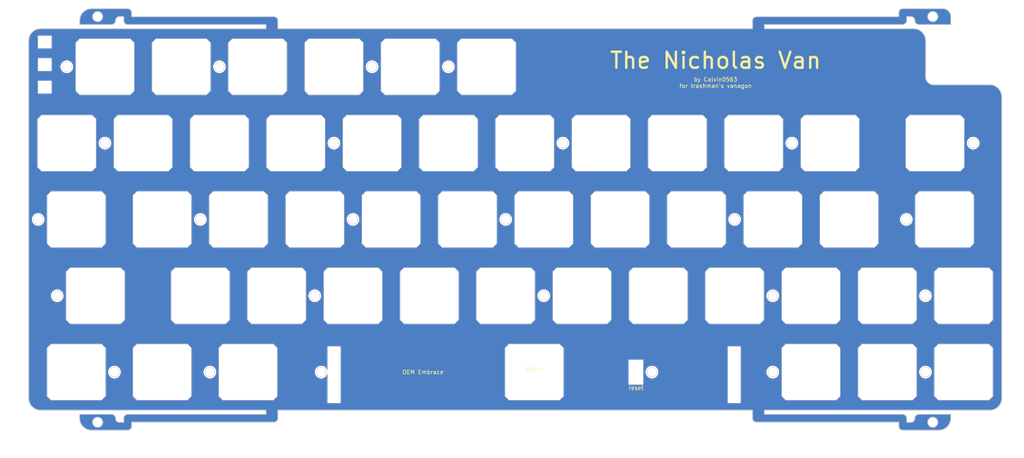
<source format=kicad_pcb>
(kicad_pcb (version 20221018) (generator pcbnew)
  (layers (0 "F.Cu" signal) (31 "B.Cu" signal) (34 "B.Paste" user) (35 "F.Paste" user) (36 "B.SilkS" user "B.Silkscreen") (37 "F.SilkS" user "F.Silkscreen") (38 "B.Mask" user) (39 "F.Mask" user) (44 "Edge.Cuts" user))
  (net 0 "")
  (net 1 "GND")
  (footprint "cipulot_parts:ecs_plate_cut_1U" (layer "F.Cu") (at 242.8875 115.8875)
    (fp_text reference "REF**")
    (fp_text value "Value " hide)
    (fp_line (start -7.3 -6) (end -7.3 6) (stroke (width 0.12)) (layer "Edge.Cuts"))
    (fp_line (start -7.3 6) (end -6.3 7) (stroke (width 0.12)) (layer "Edge.Cuts"))
    (fp_line (start -6.3 -7) (end -7.3 -6) (stroke (width 0.12)) (layer "Edge.Cuts"))
    (fp_line (start -6.3 7) (end 6.3 7) (stroke (width 0.12)) (layer "Edge.Cuts"))
    (fp_line (start 6.3 -7) (end -6.3 -7) (stroke (width 0.12)) (layer "Edge.Cuts"))
    (fp_line (start 6.3 -7) (end 7.3 -6) (stroke (width 0.12)) (layer "Edge.Cuts"))
    (fp_line (start 6.3 7) (end 7.3 6) (stroke (width 0.12)) (layer "Edge.Cuts"))
    (fp_line (start 7.3 6) (end 7.3 -6) (stroke (width 0.12)) (layer "Edge.Cuts"))
  )
  (footprint "cipulot_parts:ecs_plate_cut_1U" (layer "F.Cu") (at 45.24375 115.8875)
    (fp_text reference "REF**")
    (fp_text value "Value " hide)
    (fp_line (start -7.3 -6) (end -7.3 6) (stroke (width 0.12)) (layer "Edge.Cuts"))
    (fp_line (start -7.3 6) (end -6.3 7) (stroke (width 0.12)) (layer "Edge.Cuts"))
    (fp_line (start -6.3 -7) (end -7.3 -6) (stroke (width 0.12)) (layer "Edge.Cuts"))
    (fp_line (start -6.3 7) (end 6.3 7) (stroke (width 0.12)) (layer "Edge.Cuts"))
    (fp_line (start 6.3 -7) (end -6.3 -7) (stroke (width 0.12)) (layer "Edge.Cuts"))
    (fp_line (start 6.3 -7) (end 7.3 -6) (stroke (width 0.12)) (layer "Edge.Cuts"))
    (fp_line (start 6.3 7) (end 7.3 6) (stroke (width 0.12)) (layer "Edge.Cuts"))
    (fp_line (start 7.3 6) (end 7.3 -6) (stroke (width 0.12)) (layer "Edge.Cuts"))
  )
  (footprint "cipulot_parts:HOLE_M2" (layer "F.Cu") (at 161.925 77.7875)
    (fp_text reference "H7" hide)
    (fp_text value "MountingHole" hide)
    (pad "" np_thru_hole circle (at 0 0) (size 2.2 2.2) (drill 2.2) (layers "*.Cu" "*.Mask" "F.SilkS") (clearance 0.5))
  )
  (footprint "cipulot_parts:HOLE_M2" (layer "F.Cu") (at 73.81875 134.9375)
    (fp_text reference "H22" hide)
    (fp_text value "MountingHole" hide)
    (pad "" np_thru_hole circle (at 0 0) (size 2.2 2.2) (drill 2.2) (layers "*.Cu" "*.Mask" "F.SilkS") (clearance 0.5))
  )
  (footprint "cipulot_parts:ecs_plate_cut_1U" (layer "F.Cu") (at 190.5 77.7875)
    (fp_text reference "REF**")
    (fp_text value "Value " hide)
    (fp_line (start -7.3 -6) (end -7.3 6) (stroke (width 0.12)) (layer "Edge.Cuts"))
    (fp_line (start -7.3 6) (end -6.3 7) (stroke (width 0.12)) (layer "Edge.Cuts"))
    (fp_line (start -6.3 -7) (end -7.3 -6) (stroke (width 0.12)) (layer "Edge.Cuts"))
    (fp_line (start -6.3 7) (end 6.3 7) (stroke (width 0.12)) (layer "Edge.Cuts"))
    (fp_line (start 6.3 -7) (end -6.3 -7) (stroke (width 0.12)) (layer "Edge.Cuts"))
    (fp_line (start 6.3 -7) (end 7.3 -6) (stroke (width 0.12)) (layer "Edge.Cuts"))
    (fp_line (start 6.3 7) (end 7.3 6) (stroke (width 0.12)) (layer "Edge.Cuts"))
    (fp_line (start 7.3 6) (end 7.3 -6) (stroke (width 0.12)) (layer "Edge.Cuts"))
  )
  (footprint "cipulot_parts:ecs_plate_cut_1U" (layer "F.Cu") (at 261.9375 134.9375)
    (fp_text reference "REF**")
    (fp_text value "Value " hide)
    (fp_line (start -7.3 -6) (end -7.3 6) (stroke (width 0.12)) (layer "Edge.Cuts"))
    (fp_line (start -7.3 6) (end -6.3 7) (stroke (width 0.12)) (layer "Edge.Cuts"))
    (fp_line (start -6.3 -7) (end -7.3 -6) (stroke (width 0.12)) (layer "Edge.Cuts"))
    (fp_line (start -6.3 7) (end 6.3 7) (stroke (width 0.12)) (layer "Edge.Cuts"))
    (fp_line (start 6.3 -7) (end -6.3 -7) (stroke (width 0.12)) (layer "Edge.Cuts"))
    (fp_line (start 6.3 -7) (end 7.3 -6) (stroke (width 0.12)) (layer "Edge.Cuts"))
    (fp_line (start 6.3 7) (end 7.3 6) (stroke (width 0.12)) (layer "Edge.Cuts"))
    (fp_line (start 7.3 6) (end 7.3 -6) (stroke (width 0.12)) (layer "Edge.Cuts"))
  )
  (footprint "cipulot_parts:HOLE_M2" (layer "F.Cu") (at 252.4125 134.9375)
    (fp_text reference "H26" hide)
    (fp_text value "MountingHole" hide)
    (pad "" np_thru_hole circle (at 0 0) (size 2.2 2.2) (drill 2.2) (layers "*.Cu" "*.Mask" "F.SilkS") (clearance 0.5))
  )
  (footprint "cipulot_parts:HOLE_M2" (layer "F.Cu") (at 147.6375 96.8375)
    (fp_text reference "H13" hide)
    (fp_text value "MountingHole" hide)
    (pad "" np_thru_hole circle (at 0 0) (size 2.2 2.2) (drill 2.2) (layers "*.Cu" "*.Mask" "F.SilkS") (clearance 0.5))
  )
  (footprint "cipulot_parts:HOLE_M2" (layer "F.Cu") (at 219.075 77.7875)
    (fp_text reference "H8" hide)
    (fp_text value "MountingHole" hide)
    (pad "" np_thru_hole circle (at 0 0) (size 2.2 2.2) (drill 2.2) (layers "*.Cu" "*.Mask" "F.SilkS") (clearance 0.5))
  )
  (footprint "cipulot_parts:ecs_plate_cut_1U" (layer "F.Cu") (at 123.825 58.7375)
    (fp_text reference "REF**")
    (fp_text value "Value " hide)
    (fp_line (start -7.3 -6) (end -7.3 6) (stroke (width 0.12)) (layer "Edge.Cuts"))
    (fp_line (start -7.3 6) (end -6.3 7) (stroke (width 0.12)) (layer "Edge.Cuts"))
    (fp_line (start -6.3 -7) (end -7.3 -6) (stroke (width 0.12)) (layer "Edge.Cuts"))
    (fp_line (start -6.3 7) (end 6.3 7) (stroke (width 0.12)) (layer "Edge.Cuts"))
    (fp_line (start 6.3 -7) (end -6.3 -7) (stroke (width 0.12)) (layer "Edge.Cuts"))
    (fp_line (start 6.3 -7) (end 7.3 -6) (stroke (width 0.12)) (layer "Edge.Cuts"))
    (fp_line (start 6.3 7) (end 7.3 6) (stroke (width 0.12)) (layer "Edge.Cuts"))
    (fp_line (start 7.3 6) (end 7.3 -6) (stroke (width 0.12)) (layer "Edge.Cuts"))
  )
  (footprint "cipulot_parts:ecs_plate_cut_1U" (layer "F.Cu") (at 261.9375 115.8875)
    (fp_text reference "REF**")
    (fp_text value "Value " hide)
    (fp_line (start -7.3 -6) (end -7.3 6) (stroke (width 0.12)) (layer "Edge.Cuts"))
    (fp_line (start -7.3 6) (end -6.3 7) (stroke (width 0.12)) (layer "Edge.Cuts"))
    (fp_line (start -6.3 -7) (end -7.3 -6) (stroke (width 0.12)) (layer "Edge.Cuts"))
    (fp_line (start -6.3 7) (end 6.3 7) (stroke (width 0.12)) (layer "Edge.Cuts"))
    (fp_line (start 6.3 -7) (end -6.3 -7) (stroke (width 0.12)) (layer "Edge.Cuts"))
    (fp_line (start 6.3 -7) (end 7.3 -6) (stroke (width 0.12)) (layer "Edge.Cuts"))
    (fp_line (start 6.3 7) (end 7.3 6) (stroke (width 0.12)) (layer "Edge.Cuts"))
    (fp_line (start 7.3 6) (end 7.3 -6) (stroke (width 0.12)) (layer "Edge.Cuts"))
  )
  (footprint "cipulot_parts:ecs_plate_cut_1U" (layer "F.Cu") (at 85.725 58.7375)
    (fp_text reference "REF**")
    (fp_text value "Value " hide)
    (fp_line (start -7.3 -6) (end -7.3 6) (stroke (width 0.12)) (layer "Edge.Cuts"))
    (fp_line (start -7.3 6) (end -6.3 7) (stroke (width 0.12)) (layer "Edge.Cuts"))
    (fp_line (start -6.3 -7) (end -7.3 -6) (stroke (width 0.12)) (layer "Edge.Cuts"))
    (fp_line (start -6.3 7) (end 6.3 7) (stroke (width 0.12)) (layer "Edge.Cuts"))
    (fp_line (start 6.3 -7) (end -6.3 -7) (stroke (width 0.12)) (layer "Edge.Cuts"))
    (fp_line (start 6.3 -7) (end 7.3 -6) (stroke (width 0.12)) (layer "Edge.Cuts"))
    (fp_line (start 6.3 7) (end 7.3 6) (stroke (width 0.12)) (layer "Edge.Cuts"))
    (fp_line (start 7.3 6) (end 7.3 -6) (stroke (width 0.12)) (layer "Edge.Cuts"))
  )
  (footprint "cipulot_parts:ecs_plate_cut_1U" (layer "F.Cu") (at 223.8375 115.8875)
    (fp_text reference "REF**")
    (fp_text value "Value " hide)
    (fp_line (start -7.3 -6) (end -7.3 6) (stroke (width 0.12)) (layer "Edge.Cuts"))
    (fp_line (start -7.3 6) (end -6.3 7) (stroke (width 0.12)) (layer "Edge.Cuts"))
    (fp_line (start -6.3 -7) (end -7.3 -6) (stroke (width 0.12)) (layer "Edge.Cuts"))
    (fp_line (start -6.3 7) (end 6.3 7) (stroke (width 0.12)) (layer "Edge.Cuts"))
    (fp_line (start 6.3 -7) (end -6.3 -7) (stroke (width 0.12)) (layer "Edge.Cuts"))
    (fp_line (start 6.3 -7) (end 7.3 -6) (stroke (width 0.12)) (layer "Edge.Cuts"))
    (fp_line (start 6.3 7) (end 7.3 6) (stroke (width 0.12)) (layer "Edge.Cuts"))
    (fp_line (start 7.3 6) (end 7.3 -6) (stroke (width 0.12)) (layer "Edge.Cuts"))
  )
  (footprint "cipulot_parts:HOLE_M2" (layer "F.Cu") (at 214.3125 115.8875)
    (fp_text reference "H19" hide)
    (fp_text value "MountingHole" hide)
    (pad "" np_thru_hole circle (at 0 0) (size 2.2 2.2) (drill 2.2) (layers "*.Cu" "*.Mask" "F.SilkS") (clearance 0.5))
  )
  (footprint "cipulot_parts:HOLE_M2" (layer "F.Cu") (at 114.3 58.7375)
    (fp_text reference "H3" hide)
    (fp_text value "MountingHole" hide)
    (pad "" np_thru_hole circle (at 0 0) (size 2.2 2.2) (drill 2.2) (layers "*.Cu" "*.Mask" "F.SilkS") (clearance 0.5))
  )
  (footprint "cipulot_parts:HOLE_M2" (layer "F.Cu") (at 157.1625 115.8875)
    (fp_text reference "H18" hide)
    (fp_text value "MountingHole" hide)
    (pad "" np_thru_hole circle (at 0 0) (size 2.2 2.2) (drill 2.2) (layers "*.Cu" "*.Mask" "F.SilkS") (clearance 0.5))
  )
  (footprint "cipulot_parts:HOLE_M2" (layer "F.Cu") (at 35.71875 115.8875)
    (fp_text reference "H16" hide)
    (fp_text value "MountingHole" hide)
    (pad "" np_thru_hole circle (at 0 0) (size 2.2 2.2) (drill 2.2) (layers "*.Cu" "*.Mask" "F.SilkS") (clearance 0.5))
  )
  (footprint "cipulot_parts:HOLE_M2" (layer "F.Cu") (at 214.3125 134.9375)
    (fp_text reference "H25" hide)
    (fp_text value "MountingHole" hide)
    (pad "" np_thru_hole circle (at 0 0) (size 2.2 2.2) (drill 2.2) (layers "*.Cu" "*.Mask" "F.SilkS") (clearance 0.5))
  )
  (footprint "cipulot_parts:costar_stab_625u" (layer "F.Cu") (at 154.78125 134.9375)
    (fp_text reference "REF**" (at 0 -0.5 unlocked) (layer "F.SilkS") (effects (font (thickness 0.1))))
    (fp_text value "costar_stab_6.25u")
    (fp_line (start -51.617505 -6.45005) (end -48.318495 -6.45005) (stroke (width 0.05)) (layer "Edge.Cuts"))
    (fp_line (start -51.617505 7.74925) (end -51.617505 -6.45005) (stroke (width 0.05)) (layer "Edge.Cuts"))
    (fp_line (start -48.318495 -6.45005) (end -48.318495 7.74925) (stroke (width 0.05)) (layer "Edge.Cuts"))
    (fp_line (start -48.318495 7.74925) (end -51.617505 7.74925) (stroke (width 0.05)) (layer "Edge.Cuts"))
    (fp_line (start 48.2478 -6.45005) (end 51.5482 -6.45005) (stroke (width 0.05)) (layer "Edge.Cuts"))
    (fp_line (start 48.2478 7.74925) (end 48.2478 -6.45005) (stroke (width 0.05)) (layer "Edge.Cuts"))
    (fp_line (start 51.5482 -6.45005) (end 51.5482 7.74925) (stroke (width 0.05)) (layer "Edge.Cuts"))
    (fp_line (start 51.5482 7.74925) (end 48.2478 7.74925) (stroke (width 0.05)) (layer "Edge.Cuts"))
  )
  (footprint "cipulot_parts:HOLE_M2" (layer "F.Cu") (at 184.15 134.9375)
    (fp_text reference "H24" hide)
    (fp_text value "MountingHole" hide)
    (pad "" np_thru_hole circle (at 0 0) (size 2.2 2.2) (drill 2.2) (layers "*.Cu" "*.Mask" "F.SilkS") (clearance 0.5))
  )
  (footprint "cipulot_parts:HOLE_M2" (layer "F.Cu") (at 38.1 58.7375)
    (fp_text reference "H1" hide)
    (fp_text value "MountingHole" hide)
    (pad "" np_thru_hole circle (at 0 0) (size 2.2 2.2) (drill 2.2) (layers "*.Cu" "*.Mask" "F.SilkS") (clearance 0.5))
  )
  (footprint "cipulot_parts:ecs_plate_cut_1U" (layer "F.Cu") (at 233.3625 96.8375)
    (fp_text reference "REF**")
    (fp_text value "Value " hide)
    (fp_line (start -7.3 -6) (end -7.3 6) (stroke (width 0.12)) (layer "Edge.Cuts"))
    (fp_line (start -7.3 6) (end -6.3 7) (stroke (width 0.12)) (layer "Edge.Cuts"))
    (fp_line (start -6.3 -7) (end -7.3 -6) (stroke (width 0.12)) (layer "Edge.Cuts"))
    (fp_line (start -6.3 7) (end 6.3 7) (stroke (width 0.12)) (layer "Edge.Cuts"))
    (fp_line (start 6.3 -7) (end -6.3 -7) (stroke (width 0.12)) (layer "Edge.Cuts"))
    (fp_line (start 6.3 -7) (end 7.3 -6) (stroke (width 0.12)) (layer "Edge.Cuts"))
    (fp_line (start 6.3 7) (end 7.3 6) (stroke (width 0.12)) (layer "Edge.Cuts"))
    (fp_line (start 7.3 6) (end 7.3 -6) (stroke (width 0.12)) (layer "Edge.Cuts"))
  )
  (footprint "cipulot_parts:ecs_plate_cut_1U" (layer "F.Cu") (at 61.9125 96.8375)
    (fp_text reference "REF**")
    (fp_text value "Value " hide)
    (fp_line (start -7.3 -6) (end -7.3 6) (stroke (width 0.12)) (layer "Edge.Cuts"))
    (fp_line (start -7.3 6) (end -6.3 7) (stroke (width 0.12)) (layer "Edge.Cuts"))
    (fp_line (start -6.3 -7) (end -7.3 -6) (stroke (width 0.12)) (layer "Edge.Cuts"))
    (fp_line (start -6.3 7) (end 6.3 7) (stroke (width 0.12)) (layer "Edge.Cuts"))
    (fp_line (start 6.3 -7) (end -6.3 -7) (stroke (width 0.12)) (layer "Edge.Cuts"))
    (fp_line (start 6.3 -7) (end 7.3 -6) (stroke (width 0.12)) (layer "Edge.Cuts"))
    (fp_line (start 6.3 7) (end 7.3 6) (stroke (width 0.12)) (layer "Edge.Cuts"))
    (fp_line (start 7.3 6) (end 7.3 -6) (stroke (width 0.12)) (layer "Edge.Cuts"))
  )
  (footprint "cipulot_parts:HOLE_M2" (layer "F.Cu") (at 252.4125 115.8875)
    (fp_text reference "H20" hide)
    (fp_text value "MountingHole" hide)
    (pad "" np_thru_hole circle (at 0 0) (size 2.2 2.2) (drill 2.2) (layers "*.Cu" "*.Mask" "F.SilkS") (clearance 0.5))
  )
  (footprint "cipulot_parts:HOLE_M2" (layer "F.Cu") (at 100.0125 115.8875)
    (fp_text reference "H17" hide)
    (fp_text value "MountingHole" hide)
    (pad "" np_thru_hole circle (at 0 0) (size 2.2 2.2) (drill 2.2) (layers "*.Cu" "*.Mask" "F.SilkS") (clearance 0.5))
  )
  (footprint "cipulot_parts:HOLE_M2" (layer "F.Cu") (at 264.31875 77.7875)
    (fp_text reference "H9" hide)
    (fp_text value "MountingHole" hide)
    (pad "" np_thru_hole circle (at 0 0) (size 2.2 2.2) (drill 2.2) (layers "*.Cu" "*.Mask" "F.SilkS") (clearance 0.5))
  )
  (footprint "cipulot_parts:ecs_plate_cut_1U" (layer "F.Cu") (at 242.8875 134.9375)
    (fp_text reference "REF**")
    (fp_text value "Value " hide)
    (fp_line (start -7.3 -6) (end -7.3 6) (stroke (width 0.12)) (layer "Edge.Cuts"))
    (fp_line (start -7.3 6) (end -6.3 7) (stroke (width 0.12)) (layer "Edge.Cuts"))
    (fp_line (start -6.3 -7) (end -7.3 -6) (stroke (width 0.12)) (layer "Edge.Cuts"))
    (fp_line (start -6.3 7) (end 6.3 7) (stroke (width 0.12)) (layer "Edge.Cuts"))
    (fp_line (start 6.3 -7) (end -6.3 -7) (stroke (width 0.12)) (layer "Edge.Cuts"))
    (fp_line (start 6.3 -7) (end 7.3 -6) (stroke (width 0.12)) (layer "Edge.Cuts"))
    (fp_line (start 6.3 7) (end 7.3 6) (stroke (width 0.12)) (layer "Edge.Cuts"))
    (fp_line (start 7.3 6) (end 7.3 -6) (stroke (width 0.12)) (layer "Edge.Cuts"))
  )
  (footprint "cipulot_parts:HOLE_M2" (layer "F.Cu") (at 71.4375 96.8375)
    (fp_text reference "H11" hide)
    (fp_text value "MountingHole" hide)
    (pad "" np_thru_hole circle (at 0 0) (size 2.2 2.2) (drill 2.2) (layers "*.Cu" "*.Mask" "F.SilkS") (clearance 0.5))
  )
  (footprint "cipulot_parts:ecs_plate_cut_1U" (layer "F.Cu") (at 95.25 77.7875)
    (fp_text reference "REF**")
    (fp_text value "Value " hide)
    (fp_line (start -7.3 -6) (end -7.3 6) (stroke (width 0.12)) (layer "Edge.Cuts"))
    (fp_line (start -7.3 6) (end -6.3 7) (stroke (width 0.12)) (layer "Edge.Cuts"))
    (fp_line (start -6.3 -7) (end -7.3 -6) (stroke (width 0.12)) (layer "Edge.Cuts"))
    (fp_line (start -6.3 7) (end 6.3 7) (stroke (width 0.12)) (layer "Edge.Cuts"))
    (fp_line (start 6.3 -7) (end -6.3 -7) (stroke (width 0.12)) (layer "Edge.Cuts"))
    (fp_line (start 6.3 -7) (end 7.3 -6) (stroke (width 0.12)) (layer "Edge.Cuts"))
    (fp_line (start 6.3 7) (end 7.3 6) (stroke (width 0.12)) (layer "Edge.Cuts"))
    (fp_line (start 7.3 6) (end 7.3 -6) (stroke (width 0.12)) (layer "Edge.Cuts"))
  )
  (footprint "cipulot_parts:HOLE_M2" (layer "F.Cu") (at 76.2 58.7375)
    (fp_text reference "H2" hide)
    (fp_text value "MountingHole" hide)
    (pad "" np_thru_hole circle (at 0 0) (size 2.2 2.2) (drill 2.2) (layers "*.Cu" "*.Mask" "F.SilkS") (clearance 0.5))
  )
  (footprint "cipulot_parts:ecs_plate_cut_1U" (layer "F.Cu") (at 157.1625 96.8375)
    (fp_text reference "REF**")
    (fp_text value "Value " hide)
    (fp_line (start -7.3 -6) (end -7.3 6) (stroke (width 0.12)) (layer "Edge.Cuts"))
    (fp_line (start -7.3 6) (end -6.3 7) (stroke (width 0.12)) (layer "Edge.Cuts"))
    (fp_line (start -6.3 -7) (end -7.3 -6) (stroke (width 0.12)) (layer "Edge.Cuts"))
    (fp_line (start -6.3 7) (end 6.3 7) (stroke (width 0.12)) (layer "Edge.Cuts"))
    (fp_line (start 6.3 -7) (end -6.3 -7) (stroke (width 0.12)) (layer "Edge.Cuts"))
    (fp_line (start 6.3 -7) (end 7.3 -6) (stroke (width 0.12)) (layer "Edge.Cuts"))
    (fp_line (start 6.3 7) (end 7.3 6) (stroke (width 0.12)) (layer "Edge.Cuts"))
    (fp_line (start 7.3 6) (end 7.3 -6) (stroke (width 0.12)) (layer "Edge.Cuts"))
  )
  (footprint "cipulot_parts:ecs_plate_cut_1U" (layer "F.Cu") (at 109.5375 115.8875)
    (fp_text reference "REF**")
    (fp_text value "Value " hide)
    (fp_line (start -7.3 -6) (end -7.3 6) (stroke (width 0.12)) (layer "Edge.Cuts"))
    (fp_line (start -7.3 6) (end -6.3 7) (stroke (width 0.12)) (layer "Edge.Cuts"))
    (fp_line (start -6.3 -7) (end -7.3 -6) (stroke (width 0.12)) (layer "Edge.Cuts"))
    (fp_line (start -6.3 7) (end 6.3 7) (stroke (width 0.12)) (layer "Edge.Cuts"))
    (fp_line (start 6.3 -7) (end -6.3 -7) (stroke (width 0.12)) (layer "Edge.Cuts"))
    (fp_line (start 6.3 -7) (end 7.3 -6) (stroke (width 0.12)) (layer "Edge.Cuts"))
    (fp_line (start 6.3 7) (end 7.3 6) (stroke (width 0.12)) (layer "Edge.Cuts"))
    (fp_line (start 7.3 6) (end 7.3 -6) (stroke (width 0.12)) (layer "Edge.Cuts"))
  )
  (footprint "cipulot_parts:ecs_plate_cut_1U" (layer "F.Cu") (at 176.2125 96.8375)
    (fp_text reference "REF**")
    (fp_text value "Value " hide)
    (fp_line (start -7.3 -6) (end -7.3 6) (stroke (width 0.12)) (layer "Edge.Cuts"))
    (fp_line (start -7.3 6) (end -6.3 7) (stroke (width 0.12)) (layer "Edge.Cuts"))
    (fp_line (start -6.3 -7) (end -7.3 -6) (stroke (width 0.12)) (layer "Edge.Cuts"))
    (fp_line (start -6.3 7) (end 6.3 7) (stroke (width 0.12)) (layer "Edge.Cuts"))
    (fp_line (start 6.3 -7) (end -6.3 -7) (stroke (width 0.12)) (layer "Edge.Cuts"))
    (fp_line (start 6.3 -7) (end 7.3 -6) (stroke (width 0.12)) (layer "Edge.Cuts"))
    (fp_line (start 6.3 7) (end 7.3 6) (stroke (width 0.12)) (layer "Edge.Cuts"))
    (fp_line (start 7.3 6) (end 7.3 -6) (stroke (width 0.12)) (layer "Edge.Cuts"))
  )
  (footprint "cipulot_parts:ecs_plate_cut_1U" (layer "F.Cu") (at 76.2 77.7875)
    (fp_text reference "REF**")
    (fp_text value "Value " hide)
    (fp_line (start -7.3 -6) (end -7.3 6) (stroke (width 0.12)) (layer "Edge.Cuts"))
    (fp_line (start -7.3 6) (end -6.3 7) (stroke (width 0.12)) (layer "Edge.Cuts"))
    (fp_line (start -6.3 -7) (end -7.3 -6) (stroke (width 0.12)) (layer "Edge.Cuts"))
    (fp_line (start -6.3 7) (end 6.3 7) (stroke (width 0.12)) (layer "Edge.Cuts"))
    (fp_line (start 6.3 -7) (end -6.3 -7) (stroke (width 0.12)) (layer "Edge.Cuts"))
    (fp_line (start 6.3 -7) (end 7.3 -6) (stroke (width 0.12)) (layer "Edge.Cuts"))
    (fp_line (start 6.3 7) (end 7.3 6) (stroke (width 0.12)) (layer "Edge.Cuts"))
    (fp_line (start 7.3 6) (end 7.3 -6) (stroke (width 0.12)) (layer "Edge.Cuts"))
  )
  (footprint "cipulot_parts:ecs_plate_cut_1U" (layer "F.Cu") (at 66.675 58.7375)
    (fp_text reference "REF**")
    (fp_text value "Value " hide)
    (fp_line (start -7.3 -6) (end -7.3 6) (stroke (width 0.12)) (layer "Edge.Cuts"))
    (fp_line (start -7.3 6) (end -6.3 7) (stroke (width 0.12)) (layer "Edge.Cuts"))
    (fp_line (start -6.3 -7) (end -7.3 -6) (stroke (width 0.12)) (layer "Edge.Cuts"))
    (fp_line (start -6.3 7) (end 6.3 7) (stroke (width 0.12)) (layer "Edge.Cuts"))
    (fp_line (start 6.3 -7) (end -6.3 -7) (stroke (width 0.12)) (layer "Edge.Cuts"))
    (fp_line (start 6.3 -7) (end 7.3 -6) (stroke (width 0.12)) (layer "Edge.Cuts"))
    (fp_line (start 6.3 7) (end 7.3 6) (stroke (width 0.12)) (layer "Edge.Cuts"))
    (fp_line (start 7.3 6) (end 7.3 -6) (stroke (width 0.12)) (layer "Edge.Cuts"))
  )
  (footprint "cipulot_parts:ecs_plate_cut_1U" (layer "F.Cu") (at 128.5875 115.8875)
    (fp_text reference "REF**")
    (fp_text value "Value " hide)
    (fp_line (start -7.3 -6) (end -7.3 6) (stroke (width 0.12)) (layer "Edge.Cuts"))
    (fp_line (start -7.3 6) (end -6.3 7) (stroke (width 0.12)) (layer "Edge.Cuts"))
    (fp_line (start -6.3 -7) (end -7.3 -6) (stroke (width 0.12)) (layer "Edge.Cuts"))
    (fp_line (start -6.3 7) (end 6.3 7) (stroke (width 0.12)) (layer "Edge.Cuts"))
    (fp_line (start 6.3 -7) (end -6.3 -7) (stroke (width 0.12)) (layer "Edge.Cuts"))
    (fp_line (start 6.3 -7) (end 7.3 -6) (stroke (width 0.12)) (layer "Edge.Cuts"))
    (fp_line (start 6.3 7) (end 7.3 6) (stroke (width 0.12)) (layer "Edge.Cuts"))
    (fp_line (start 7.3 6) (end 7.3 -6) (stroke (width 0.12)) (layer "Edge.Cuts"))
  )
  (footprint "cipulot_parts:ecs_plate_cut_1U" (layer "F.Cu") (at 40.48125 134.9375)
    (fp_text reference "REF**")
    (fp_text value "Value " hide)
    (fp_line (start -7.3 -6) (end -7.3 6) (stroke (width 0.12)) (layer "Edge.Cuts"))
    (fp_line (start -7.3 6) (end -6.3 7) (stroke (width 0.12)) (layer "Edge.Cuts"))
    (fp_line (start -6.3 -7) (end -7.3 -6) (stroke (width 0.12)) (layer "Edge.Cuts"))
    (fp_line (start -6.3 7) (end 6.3 7) (stroke (width 0.12)) (layer "Edge.Cuts"))
    (fp_line (start 6.3 -7) (end -6.3 -7) (stroke (width 0.12)) (layer "Edge.Cuts"))
    (fp_line (start 6.3 -7) (end 7.3 -6) (stroke (width 0.12)) (layer "Edge.Cuts"))
    (fp_line (start 6.3 7) (end 7.3 6) (stroke (width 0.12)) (layer "Edge.Cuts"))
    (fp_line (start 7.3 6) (end 7.3 -6) (stroke (width 0.12)) (layer "Edge.Cuts"))
  )
  (footprint "cipulot_parts:HOLE_M2" (layer "F.Cu") (at 30.95625 96.8375)
    (fp_text reference "H10" hide)
    (fp_text value "MountingHole" hide)
    (pad "" np_thru_hole circle (at 0 0) (size 2.2 2.2) (drill 2.2) (layers "*.Cu" "*.Mask" "F.SilkS") (clearance 0.5))
  )
  (footprint "cipulot_parts:ecs_plate_cut_1U" (layer "F.Cu") (at 57.15 77.7875)
    (fp_text reference "REF**")
    (fp_text value "Value " hide)
    (fp_line (start -7.3 -6) (end -7.3 6) (stroke (width 0.12)) (layer "Edge.Cuts"))
    (fp_line (start -7.3 6) (end -6.3 7) (stroke (width 0.12)) (layer "Edge.Cuts"))
    (fp_line (start -6.3 -7) (end -7.3 -6) (stroke (width 0.12)) (layer "Edge.Cuts"))
    (fp_line (start -6.3 7) (end 6.3 7) (stroke (width 0.12)) (layer "Edge.Cuts"))
    (fp_line (start 6.3 -7) (end -6.3 -7) (stroke (width 0.12)) (layer "Edge.Cuts"))
    (fp_line (start 6.3 -7) (end 7.3 -6) (stroke (width 0.12)) (layer "Edge.Cuts"))
    (fp_line (start 6.3 7) (end 7.3 6) (stroke (width 0.12)) (layer "Edge.Cuts"))
    (fp_line (start 7.3 6) (end 7.3 -6) (stroke (width 0.12)) (layer "Edge.Cuts"))
  )
  (footprint "cipulot_parts:ecs_plate_cut_1U" (layer "F.Cu") (at 47.625 58.7375)
    (fp_text reference "REF**")
    (fp_text value "Value " hide)
    (fp_line (start -7.3 -6) (end -7.3 6) (stroke (width 0.12)) (layer "Edge.Cuts"))
    (fp_line (start -7.3 6) (end -6.3 7) (stroke (width 0.12)) (layer "Edge.Cuts"))
    (fp_line (start -6.3 -7) (end -7.3 -6) (stroke (width 0.12)) (layer "Edge.Cuts"))
    (fp_line (start -6.3 7) (end 6.3 7) (stroke (width 0.12)) (layer "Edge.Cuts"))
    (fp_line (start 6.3 -7) (end -6.3 -7) (stroke (width 0.12)) (layer "Edge.Cuts"))
    (fp_line (start 6.3 -7) (end 7.3 -6) (stroke (width 0.12)) (layer "Edge.Cuts"))
    (fp_line (start 6.3 7) (end 7.3 6) (stroke (width 0.12)) (layer "Edge.Cuts"))
    (fp_line (start 7.3 6) (end 7.3 -6) (stroke (width 0.12)) (layer "Edge.Cuts"))
  )
  (footprint "cipulot_parts:ecs_plate_cut_1U" (layer "F.Cu") (at 154.78125 134.9375)
    (fp_text reference "REF**")
    (fp_text value "Value " hide)
    (fp_line (start -7.3 -6) (end -7.3 6) (stroke (width 0.12)) (layer "Edge.Cuts"))
    (fp_line (start -7.3 6) (end -6.3 7) (stroke (width 0.12)) (layer "Edge.Cuts"))
    (fp_line (start -6.3 -7) (end -7.3 -6) (stroke (width 0.12)) (layer "Edge.Cuts"))
    (fp_line (start -6.3 7) (end 6.3 7) (stroke (width 0.12)) (layer "Edge.Cuts"))
    (fp_line (start 6.3 -7) (end -6.3 -7) (stroke (width 0.12)) (layer "Edge.Cuts"))
    (fp_line (start 6.3 -7) (end 7.3 -6) (stroke (width 0.12)) (layer "Edge.Cuts"))
    (fp_line (start 6.3 7) (end 7.3 6) (stroke (width 0.12)) (layer "Edge.Cuts"))
    (fp_line (start 7.3 6) (end 7.3 -6) (stroke (width 0.12)) (layer "Edge.Cuts"))
  )
  (footprint "cipulot_parts:ecs_plate_cut_1U" (layer "F.Cu") (at 40.48125 96.8375)
    (fp_text reference "REF**")
    (fp_text value "Value " hide)
    (fp_line (start -7.3 -6) (end -7.3 6) (stroke (width 0.12)) (layer "Edge.Cuts"))
    (fp_line (start -7.3 6) (end -6.3 7) (stroke (width 0.12)) (layer "Edge.Cuts"))
    (fp_line (start -6.3 -7) (end -7.3 -6) (stroke (width 0.12)) (layer "Edge.Cuts"))
    (fp_line (start -6.3 7) (end 6.3 7) (stroke (width 0.12)) (layer "Edge.Cuts"))
    (fp_line (start 6.3 -7) (end -6.3 -7) (stroke (width 0.12)) (layer "Edge.Cuts"))
    (fp_line (start 6.3 -7) (end 7.3 -6) (stroke (width 0.12)) (layer "Edge.Cuts"))
    (fp_line (start 6.3 7) (end 7.3 6) (stroke (width 0.12)) (layer "Edge.Cuts"))
    (fp_line (start 7.3 6) (end 7.3 -6) (stroke (width 0.12)) (layer "Edge.Cuts"))
  )
  (footprint "cipulot_parts:ecs_plate_cut_1U" (layer "F.Cu") (at 171.45 77.7875)
    (fp_text reference "REF**")
    (fp_text value "Value " hide)
    (fp_line (start -7.3 -6) (end -7.3 6) (stroke (width 0.12)) (layer "Edge.Cuts"))
    (fp_line (start -7.3 6) (end -6.3 7) (stroke (width 0.12)) (layer "Edge.Cuts"))
    (fp_line (start -6.3 -7) (end -7.3 -6) (stroke (width 0.12)) (layer "Edge.Cuts"))
    (fp_line (start -6.3 7) (end 6.3 7) (stroke (width 0.12)) (layer "Edge.Cuts"))
    (fp_line (start 6.3 -7) (end -6.3 -7) (stroke (width 0.12)) (layer "Edge.Cuts"))
    (fp_line (start 6.3 -7) (end 7.3 -6) (stroke (width 0.12)) (layer "Edge.Cuts"))
    (fp_line (start 6.3 7) (end 7.3 6) (stroke (width 0.12)) (layer "Edge.Cuts"))
    (fp_line (start 7.3 6) (end 7.3 -6) (stroke (width 0.12)) (layer "Edge.Cuts"))
  )
  (footprint "cipulot_parts:ecs_plate_cut_1U" (layer "F.Cu") (at 100.0125 96.8375)
    (fp_text reference "REF**")
    (fp_text value "Value " hide)
    (fp_line (start -7.3 -6) (end -7.3 6) (stroke (width 0.12)) (layer "Edge.Cuts"))
    (fp_line (start -7.3 6) (end -6.3 7) (stroke (width 0.12)) (layer "Edge.Cuts"))
    (fp_line (start -6.3 -7) (end -7.3 -6) (stroke (width 0.12)) (layer "Edge.Cuts"))
    (fp_line (start -6.3 7) (end 6.3 7) (stroke (width 0.12)) (layer "Edge.Cuts"))
    (fp_line (start 6.3 -7) (end -6.3 -7) (stroke (width 0.12)) (layer "Edge.Cuts"))
    (fp_line (start 6.3 -7) (end 7.3 -6) (stroke (width 0.12)) (layer "Edge.Cuts"))
    (fp_line (start 6.3 7) (end 7.3 6) (stroke (width 0.12)) (layer "Edge.Cuts"))
    (fp_line (start 7.3 6) (end 7.3 -6) (stroke (width 0.12)) (layer "Edge.Cuts"))
  )
  (footprint "cipulot_parts:HOLE_M2" (layer "F.Cu") (at 204.7875 96.8375)
    (fp_text reference "H14" hide)
    (fp_text value "MountingHole" hide)
    (pad "" np_thru_hole circle (at 0 0) (size 2.2 2.2) (drill 2.2) (layers "*.Cu" "*.Mask" "F.SilkS") (clearance 0.5))
  )
  (footprint "cipulot_parts:ecs_plate_cut_1U" (layer "F.Cu") (at 114.3 77.7875)
    (fp_text reference "REF**")
    (fp_text value "Value " hide)
    (fp_line (start -7.3 -6) (end -7.3 6) (stroke (width 0.12)) (layer "Edge.Cuts"))
    (fp_line (start -7.3 6) (end -6.3 7) (stroke (width 0.12)) (layer "Edge.Cuts"))
    (fp_line (start -6.3 -7) (end -7.3 -6) (stroke (width 0.12)) (layer "Edge.Cuts"))
    (fp_line (start -6.3 7) (end 6.3 7) (stroke (width 0.12)) (layer "Edge.Cuts"))
    (fp_line (start 6.3 -7) (end -6.3 -7) (stroke (width 0.12)) (layer "Edge.Cuts"))
    (fp_line (start 6.3 -7) (end 7.3 -6) (stroke (width 0.12)) (layer "Edge.Cuts"))
    (fp_line (start 6.3 7) (end 7.3 6) (stroke (width 0.12)) (layer "Edge.Cuts"))
    (fp_line (start 7.3 6) (end 7.3 -6) (stroke (width 0.12)) (layer "Edge.Cuts"))
  )
  (footprint "cipulot_parts:ecs_plate_cut_1U" (layer "F.Cu") (at 204.7875 115.8875)
    (fp_text reference "REF**")
    (fp_text value "Value " hide)
    (fp_line (start -7.3 -6) (end -7.3 6) (stroke (width 0.12)) (layer "Edge.Cuts"))
    (fp_line (start -7.3 6) (end -6.3 7) (stroke (width 0.12)) (layer "Edge.Cuts"))
    (fp_line (start -6.3 -7) (end -7.3 -6) (stroke (width 0.12)) (layer "Edge.Cuts"))
    (fp_line (start -6.3 7) (end 6.3 7) (stroke (width 0.12)) (layer "Edge.Cuts"))
    (fp_line (start 6.3 -7) (end -6.3 -7) (stroke (width 0.12)) (layer "Edge.Cuts"))
    (fp_line (start 6.3 -7) (end 7.3 -6) (stroke (width 0.12)) (layer "Edge.Cuts"))
    (fp_line (start 6.3 7) (end 7.3 6) (stroke (width 0.12)) (layer "Edge.Cuts"))
    (fp_line (start 7.3 6) (end 7.3 -6) (stroke (width 0.12)) (layer "Edge.Cuts"))
  )
  (footprint "cipulot_parts:ecs_plate_cut_1U" (layer "F.Cu") (at 80.9625 96.8375)
    (fp_text reference "REF**")
    (fp_text value "Value " hide)
    (fp_line (start -7.3 -6) (end -7.3 6) (stroke (width 0.12)) (layer "Edge.Cuts"))
    (fp_line (start -7.3 6) (end -6.3 7) (stroke (width 0.12)) (layer "Edge.Cuts"))
    (fp_line (start -6.3 -7) (end -7.3 -6) (stroke (width 0.12)) (layer "Edge.Cuts"))
    (fp_line (start -6.3 7) (end 6.3 7) (stroke (width 0.12)) (layer "Edge.Cuts"))
    (fp_line (start 6.3 -7) (end -6.3 -7) (stroke (width 0.12)) (layer "Edge.Cuts"))
    (fp_line (start 6.3 -7) (end 7.3 -6) (stroke (width 0.12)) (layer "Edge.Cuts"))
    (fp_line (start 6.3 7) (end 7.3 6) (stroke (width 0.12)) (layer "Edge.Cuts"))
    (fp_line (start 7.3 6) (end 7.3 -6) (stroke (width 0.12)) (layer "Edge.Cuts"))
  )
  (footprint "cipulot_parts:ecs_plate_cut_1U" (layer "F.Cu") (at 83.34375 134.9375)
    (fp_text reference "REF**")
    (fp_text value "Value " hide)
    (fp_line (start -7.3 -6) (end -7.3 6) (stroke (width 0.12)) (layer "Edge.Cuts"))
    (fp_line (start -7.3 6) (end -6.3 7) (stroke (width 0.12)) (layer "Edge.Cuts"))
    (fp_line (start -6.3 -7) (end -7.3 -6) (stroke (width 0.12)) (layer "Edge.Cuts"))
    (fp_line (start -6.3 7) (end 6.3 7) (stroke (width 0.12)) (layer "Edge.Cuts"))
    (fp_line (start 6.3 -7) (end -6.3 -7) (stroke (width 0.12)) (layer "Edge.Cuts"))
    (fp_line (start 6.3 -7) (end 7.3 -6) (stroke (width 0.12)) (layer "Edge.Cuts"))
    (fp_line (start 6.3 7) (end 7.3 6) (stroke (width 0.12)) (layer "Edge.Cuts"))
    (fp_line (start 7.3 6) (end 7.3 -6) (stroke (width 0.12)) (layer "Edge.Cuts"))
  )
  (footprint "cipulot_parts:ecs_plate_cut_1U" (layer "F.Cu") (at 214.3125 96.8375)
    (fp_text reference "REF**")
    (fp_text value "Value " hide)
    (fp_line (start -7.3 -6) (end -7.3 6) (stroke (width 0.12)) (layer "Edge.Cuts"))
    (fp_line (start -7.3 6) (end -6.3 7) (stroke (width 0.12)) (layer "Edge.Cuts"))
    (fp_line (start -6.3 -7) (end -7.3 -6) (stroke (width 0.12)) (layer "Edge.Cuts"))
    (fp_line (start -6.3 7) (end 6.3 7) (stroke (width 0.12)) (layer "Edge.Cuts"))
    (fp_line (start 6.3 -7) (end -6.3 -7) (stroke (width 0.12)) (layer "Edge.Cuts"))
    (fp_line (start 6.3 -7) (end 7.3 -6) (stroke (width 0.12)) (layer "Edge.Cuts"))
    (fp_line (start 6.3 7) (end 7.3 6) (stroke (width 0.12)) (layer "Edge.Cuts"))
    (fp_line (start 7.3 6) (end 7.3 -6) (stroke (width 0.12)) (layer "Edge.Cuts"))
  )
  (footprint "cipulot_parts:ecs_plate_cut_1U" (layer "F.Cu") (at 38.1 77.7875)
    (fp_text reference "REF**")
    (fp_text value "Value " hide)
    (fp_line (start -7.3 -6) (end -7.3 6) (stroke (width 0.12)) (layer "Edge.Cuts"))
    (fp_line (start -7.3 6) (end -6.3 7) (stroke (width 0.12)) (layer "Edge.Cuts"))
    (fp_line (start -6.3 -7) (end -7.3 -6) (stroke (width 0.12)) (layer "Edge.Cuts"))
    (fp_line (start -6.3 7) (end 6.3 7) (stroke (width 0.12)) (layer "Edge.Cuts"))
    (fp_line (start 6.3 -7) (end -6.3 -7) (stroke (width 0.12)) (layer "Edge.Cuts"))
    (fp_line (start 6.3 -7) (end 7.3 -6) (stroke (width 0.12)) (layer "Edge.Cuts"))
    (fp_line (start 6.3 7) (end 7.3 6) (stroke (width 0.12)) (layer "Edge.Cuts"))
    (fp_line (start 7.3 6) (end 7.3 -6) (stroke (width 0.12)) (layer "Edge.Cuts"))
  )
  (footprint "cipulot_parts:ecs_plate_cut_1U" (layer "F.Cu") (at 138.1125 96.8375)
    (fp_text reference "REF**")
    (fp_text value "Value " hide)
    (fp_line (start -7.3 -6) (end -7.3 6) (stroke (width 0.12)) (layer "Edge.Cuts"))
    (fp_line (start -7.3 6) (end -6.3 7) (stroke (width 0.12)) (layer "Edge.Cuts"))
    (fp_line (start -6.3 -7) (end -7.3 -6) (stroke (width 0.12)) (layer "Edge.Cuts"))
    (fp_line (start -6.3 7) (end 6.3 7) (stroke (width 0.12)) (layer "Edge.Cuts"))
    (fp_line (start 6.3 -7) (end -6.3 -7) (stroke (width 0.12)) (layer "Edge.Cuts"))
    (fp_line (start 6.3 -7) (end 7.3 -6) (stroke (width 0.12)) (layer "Edge.Cuts"))
    (fp_line (start 6.3 7) (end 7.3 6) (stroke (width 0.12)) (layer "Edge.Cuts"))
    (fp_line (start 7.3 6) (end 7.3 -6) (stroke (width 0.12)) (layer "Edge.Cuts"))
  )
  (footprint "cipulot_parts:HOLE_M2" (layer "F.Cu") (at 50.00625 134.9375)
    (fp_text reference "H21" hide)
    (fp_text value "MountingHole" hide)
    (pad "" np_thru_hole circle (at 0 0) (size 2.2 2.2) (drill 2.2) (layers "*.Cu" "*.Mask" "F.SilkS") (clearance 0.5))
  )
  (footprint "cipulot_parts:ecs_plate_cut_1U" (layer "F.Cu") (at 254.79375 77.7875)
    (fp_text reference "REF**")
    (fp_text value "Value " hide)
    (fp_line (start -7.3 -6) (end -7.3 6) (stroke (width 0.12)) (layer "Edge.Cuts"))
    (fp_line (start -7.3 6) (end -6.3 7) (stroke (width 0.12)) (layer "Edge.Cuts"))
    (fp_line (start -6.3 -7) (end -7.3 -6) (stroke (width 0.12)) (layer "Edge.Cuts"))
    (fp_line (start -6.3 7) (end 6.3 7) (stroke (width 0.12)) (layer "Edge.Cuts"))
    (fp_line (start 6.3 -7) (end -6.3 -7) (stroke (width 0.12)) (layer "Edge.Cuts"))
    (fp_line (start 6.3 -7) (end 7.3 -6) (stroke (width 0.12)) (layer "Edge.Cuts"))
    (fp_line (start 6.3 7) (end 7.3 6) (stroke (width 0.12)) (layer "Edge.Cuts"))
    (fp_line (start 7.3 6) (end 7.3 -6) (stroke (width 0.12)) (layer "Edge.Cuts"))
  )
  (footprint "cipulot_parts:ecs_plate_cut_1U" (layer "F.Cu") (at 223.8375 134.9375)
    (fp_text reference "REF**")
    (fp_text value "Value " hide)
    (fp_line (start -7.3 -6) (end -7.3 6) (stroke (width 0.12)) (layer "Edge.Cuts"))
    (fp_line (start -7.3 6) (end -6.3 7) (stroke (width 0.12)) (layer "Edge.Cuts"))
    (fp_line (start -6.3 -7) (end -7.3 -6) (stroke (width 0.12)) (layer "Edge.Cuts"))
    (fp_line (start -6.3 7) (end 6.3 7) (stroke (width 0.12)) (layer "Edge.Cuts"))
    (fp_line (start 6.3 -7) (end -6.3 -7) (stroke (width 0.12)) (layer "Edge.Cuts"))
    (fp_line (start 6.3 -7) (end 7.3 -6) (stroke (width 0.12)) (layer "Edge.Cuts"))
    (fp_line (start 6.3 7) (end 7.3 6) (stroke (width 0.12)) (layer "Edge.Cuts"))
    (fp_line (start 7.3 6) (end 7.3 -6) (stroke (width 0.12)) (layer "Edge.Cuts"))
  )
  (footprint "cipulot_parts:ecs_plate_cut_1U" (layer "F.Cu") (at 209.55 77.7875)
    (fp_text reference "REF**")
    (fp_text value "Value " hide)
    (fp_line (start -7.3 -6) (end -7.3 6) (stroke (width 0.12)) (layer "Edge.Cuts"))
    (fp_line (start -7.3 6) (end -6.3 7) (stroke (width 0.12)) (layer "Edge.Cuts"))
    (fp_line (start -6.3 -7) (end -7.3 -6) (stroke (width 0.12)) (layer "Edge.Cuts"))
    (fp_line (start -6.3 7) (end 6.3 7) (stroke (width 0.12)) (layer "Edge.Cuts"))
    (fp_line (start 6.3 -7) (end -6.3 -7) (stroke (width 0.12)) (layer "Edge.Cuts"))
    (fp_line (start 6.3 -7) (end 7.3 -6) (stroke (width 0.12)) (layer "Edge.Cuts"))
    (fp_line (start 6.3 7) (end 7.3 6) (stroke (width 0.12)) (layer "Edge.Cuts"))
    (fp_line (start 7.3 6) (end 7.3 -6) (stroke (width 0.12)) (layer "Edge.Cuts"))
  )
  (footprint "cipulot_parts:HOLE_M2" (layer "F.Cu") (at 47.625 77.7875)
    (fp_text reference "H5" hide)
    (fp_text value "MountingHole" hide)
    (pad "" np_thru_hole circle (at 0 0) (size 2.2 2.2) (drill 2.2) (layers "*.Cu" "*.Mask" "F.SilkS") (clearance 0.5))
  )
  (footprint "cipulot_parts:ecs_plate_cut_1U" (layer "F.Cu") (at 195.2625 96.8375)
    (fp_text reference "REF**")
    (fp_text value "Value " hide)
    (fp_line (start -7.3 -6) (end -7.3 6) (stroke (width 0.12)) (layer "Edge.Cuts"))
    (fp_line (start -7.3 6) (end -6.3 7) (stroke (width 0.12)) (layer "Edge.Cuts"))
    (fp_line (start -6.3 -7) (end -7.3 -6) (stroke (width 0.12)) (layer "Edge.Cuts"))
    (fp_line (start -6.3 7) (end 6.3 7) (stroke (width 0.12)) (layer "Edge.Cuts"))
    (fp_line (start 6.3 -7) (end -6.3 -7) (stroke (width 0.12)) (layer "Edge.Cuts"))
    (fp_line (start 6.3 -7) (end 7.3 -6) (stroke (width 0.12)) (layer "Edge.Cuts"))
    (fp_line (start 6.3 7) (end 7.3 6) (stroke (width 0.12)) (layer "Edge.Cuts"))
    (fp_line (start 7.3 6) (end 7.3 -6) (stroke (width 0.12)) (layer "Edge.Cuts"))
  )
  (footprint "cipulot_parts:HOLE_M2" (layer "F.Cu") (at 101.6 134.9375)
    (fp_text reference "H23" hide)
    (fp_text value "MountingHole" hide)
    (pad "" np_thru_hole circle (at 0 0) (size 2.2 2.2) (drill 2.2) (layers "*.Cu" "*.Mask" "F.SilkS") (clearance 0.5))
  )
  (footprint "cipulot_parts:ecs_plate_cut_1U" (layer "F.Cu") (at 185.7375 115.8875)
    (fp_text reference "REF**")
    (fp_text value "Value " hide)
    (fp_line (start -7.3 -6) (end -7.3 6) (stroke (width 0.12)) (layer "Edge.Cuts"))
    (fp_line (start -7.3 6) (end -6.3 7) (stroke (width 0.12)) (layer "Edge.Cuts"))
    (fp_line (start -6.3 -7) (end -7.3 -6) (stroke (width 0.12)) (layer "Edge.Cuts"))
    (fp_line (start -6.3 7) (end 6.3 7) (stroke (width 0.12)) (layer "Edge.Cuts"))
    (fp_line (start 6.3 -7) (end -6.3 -7) (stroke (width 0.12)) (layer "Edge.Cuts"))
    (fp_line (start 6.3 -7) (end 7.3 -6) (stroke (width 0.12)) (layer "Edge.Cuts"))
    (fp_line (start 6.3 7) (end 7.3 6) (stroke (width 0.12)) (layer "Edge.Cuts"))
    (fp_line (start 7.3 6) (end 7.3 -6) (stroke (width 0.12)) (layer "Edge.Cuts"))
  )
  (footprint "cipulot_parts:ecs_plate_cut_1U" (layer "F.Cu") (at 61.9125 134.9375)
    (fp_text reference "REF**")
    (fp_text value "Value " hide)
    (fp_line (start -7.3 -6) (end -7.3 6) (stroke (width 0.12)) (layer "Edge.Cuts"))
    (fp_line (start -7.3 6) (end -6.3 7) (stroke (width 0.12)) (layer "Edge.Cuts"))
    (fp_line (start -6.3 -7) (end -7.3 -6) (stroke (width 0.12)) (layer "Edge.Cuts"))
    (fp_line (start -6.3 7) (end 6.3 7) (stroke (width 0.12)) (layer "Edge.Cuts"))
    (fp_line (start 6.3 -7) (end -6.3 -7) (stroke (width 0.12)) (layer "Edge.Cuts"))
    (fp_line (start 6.3 -7) (end 7.3 -6) (stroke (width 0.12)) (layer "Edge.Cuts"))
    (fp_line (start 6.3 7) (end 7.3 6) (stroke (width 0.12)) (layer "Edge.Cuts"))
    (fp_line (start 7.3 6) (end 7.3 -6) (stroke (width 0.12)) (layer "Edge.Cuts"))
  )
  (footprint "cipulot_parts:ecs_plate_cut_1U" (layer "F.Cu") (at 147.6375 115.8875)
    (fp_text reference "REF**")
    (fp_text value "Value " hide)
    (fp_line (start -7.3 -6) (end -7.3 6) (stroke (width 0.12)) (layer "Edge.Cuts"))
    (fp_line (start -7.3 6) (end -6.3 7) (stroke (width 0.12)) (layer "Edge.Cuts"))
    (fp_line (start -6.3 -7) (end -7.3 -6) (stroke (width 0.12)) (layer "Edge.Cuts"))
    (fp_line (start -6.3 7) (end 6.3 7) (stroke (width 0.12)) (layer "Edge.Cuts"))
    (fp_line (start 6.3 -7) (end -6.3 -7) (stroke (width 0.12)) (layer "Edge.Cuts"))
    (fp_line (start 6.3 -7) (end 7.3 -6) (stroke (width 0.12)) (layer "Edge.Cuts"))
    (fp_line (start 6.3 7) (end 7.3 6) (stroke (width 0.12)) (layer "Edge.Cuts"))
    (fp_line (start 7.3 6) (end 7.3 -6) (stroke (width 0.12)) (layer "Edge.Cuts"))
  )
  (footprint "cipulot_parts:ecs_plate_cut_1U" (layer "F.Cu") (at 119.0625 96.8375)
    (fp_text reference "REF**")
    (fp_text value "Value " hide)
    (fp_line (start -7.3 -6) (end -7.3 6) (stroke (width 0.12)) (layer "Edge.Cuts"))
    (fp_line (start -7.3 6) (end -6.3 7) (stroke (width 0.12)) (layer "Edge.Cuts"))
    (fp_line (start -6.3 -7) (end -7.3 -6) (stroke (width 0.12)) (layer "Edge.Cuts"))
    (fp_line (start -6.3 7) (end 6.3 7) (stroke (width 0.12)) (layer "Edge.Cuts"))
    (fp_line (start 6.3 -7) (end -6.3 -7) (stroke (width 0.12)) (layer "Edge.Cuts"))
    (fp_line (start 6.3 -7) (end 7.3 -6) (stroke (width 0.12)) (layer "Edge.Cuts"))
    (fp_line (start 6.3 7) (end 7.3 6) (stroke (width 0.12)) (layer "Edge.Cuts"))
    (fp_line (start 7.3 6) (end 7.3 -6) (stroke (width 0.12)) (layer "Edge.Cuts"))
  )
  (footprint "cipulot_parts:ecs_plate_cut_1U" (layer "F.Cu") (at 152.4 77.7875)
    (fp_text reference "REF**")
    (fp_text value "Value " hide)
    (fp_line (start -7.3 -6) (end -7.3 6) (stroke (width 0.12)) (layer "Edge.Cuts"))
    (fp_line (start -7.3 6) (end -6.3 7) (stroke (width 0.12)) (layer "Edge.Cuts"))
    (fp_line (start -6.3 -7) (end -7.3 -6) (stroke (width 0.12)) (layer "Edge.Cuts"))
    (fp_line (start -6.3 7) (end 6.3 7) (stroke (width 0.12)) (layer "Edge.Cuts"))
    (fp_line (start 6.3 -7) (end -6.3 -7) (stroke (width 0.12)) (layer "Edge.Cuts"))
    (fp_line (start 6.3 -7) (end 7.3 -6) (stroke (width 0.12)) (layer "Edge.Cuts"))
    (fp_line (start 6.3 7) (end 7.3 6) (stroke (width 0.12)) (layer "Edge.Cuts"))
    (fp_line (start 7.3 6) (end 7.3 -6) (stroke (width 0.12)) (layer "Edge.Cuts"))
  )
  (footprint "cipulot_parts:HOLE_M2" (layer "F.Cu") (at 109.5375 96.8375)
    (fp_text reference "H12" hide)
    (fp_text value "MountingHole" hide)
    (pad "" np_thru_hole circle (at 0 0) (size 2.2 2.2) (drill 2.2) (layers "*.Cu" "*.Mask" "F.SilkS") (clearance 0.5))
  )
  (footprint "cipulot_parts:ecs_plate_cut_1U" (layer "F.Cu") (at 90.4875 115.8875)
    (fp_text reference "REF**")
    (fp_text value "Value " hide)
    (fp_line (start -7.3 -6) (end -7.3 6) (stroke (width 0.12)) (layer "Edge.Cuts"))
    (fp_line (start -7.3 6) (end -6.3 7) (stroke (width 0.12)) (layer "Edge.Cuts"))
    (fp_line (start -6.3 -7) (end -7.3 -6) (stroke (width 0.12)) (layer "Edge.Cuts"))
    (fp_line (start -6.3 7) (end 6.3 7) (stroke (width 0.12)) (layer "Edge.Cuts"))
    (fp_line (start 6.3 -7) (end -6.3 -7) (stroke (width 0.12)) (layer "Edge.Cuts"))
    (fp_line (start 6.3 -7) (end 7.3 -6) (stroke (width 0.12)) (layer "Edge.Cuts"))
    (fp_line (start 6.3 7) (end 7.3 6) (stroke (width 0.12)) (layer "Edge.Cuts"))
    (fp_line (start 7.3 6) (end 7.3 -6) (stroke (width 0.12)) (layer "Edge.Cuts"))
  )
  (footprint "cipulot_parts:ecs_plate_cut_1U" (layer "F.Cu") (at 257.175 96.8375)
    (fp_text reference "REF**")
    (fp_text value "Value " hide)
    (fp_line (start -7.3 -6) (end -7.3 6) (stroke (width 0.12)) (layer "Edge.Cuts"))
    (fp_line (start -7.3 6) (end -6.3 7) (stroke (width 0.12)) (layer "Edge.Cuts"))
    (fp_line (start -6.3 -7) (end -7.3 -6) (stroke (width 0.12)) (layer "Edge.Cuts"))
    (fp_line (start -6.3 7) (end 6.3 7) (stroke (width 0.12)) (layer "Edge.Cuts"))
    (fp_line (start 6.3 -7) (end -6.3 -7) (stroke (width 0.12)) (layer "Edge.Cuts"))
    (fp_line (start 6.3 -7) (end 7.3 -6) (stroke (width 0.12)) (layer "Edge.Cuts"))
    (fp_line (start 6.3 7) (end 7.3 6) (stroke (width 0.12)) (layer "Edge.Cuts"))
    (fp_line (start 7.3 6) (end 7.3 -6) (stroke (width 0.12)) (layer "Edge.Cuts"))
  )
  (footprint "cipulot_parts:ecs_plate_cut_1U" (layer "F.Cu") (at 166.6875 115.8875)
    (fp_text reference "REF**")
    (fp_text value "Value " hide)
    (fp_line (start -7.3 -6) (end -7.3 6) (stroke (width 0.12)) (layer "Edge.Cuts"))
    (fp_line (start -7.3 6) (end -6.3 7) (stroke (width 0.12)) (layer "Edge.Cuts"))
    (fp_line (start -6.3 -7) (end -7.3 -6) (stroke (width 0.12)) (layer "Edge.Cuts"))
    (fp_line (start -6.3 7) (end 6.3 7) (stroke (width 0.12)) (layer "Edge.Cuts"))
    (fp_line (start 6.3 -7) (end -6.3 -7) (stroke (width 0.12)) (layer "Edge.Cuts"))
    (fp_line (start 6.3 -7) (end 7.3 -6) (stroke (width 0.12)) (layer "Edge.Cuts"))
    (fp_line (start 6.3 7) (end 7.3 6) (stroke (width 0.12)) (layer "Edge.Cuts"))
    (fp_line (start 7.3 6) (end 7.3 -6) (stroke (width 0.12)) (layer "Edge.Cuts"))
  )
  (footprint "cipulot_parts:ecs_plate_cut_1U" (layer "F.Cu") (at 104.775 58.7375)
    (fp_text reference "REF**")
    (fp_text value "Value " hide)
    (fp_line (start -7.3 -6) (end -7.3 6) (stroke (width 0.12)) (layer "Edge.Cuts"))
    (fp_line (start -7.3 6) (end -6.3 7) (stroke (width 0.12)) (layer "Edge.Cuts"))
    (fp_line (start -6.3 -7) (end -7.3 -6) (stroke (width 0.12)) (layer "Edge.Cuts"))
    (fp_line (start -6.3 7) (end 6.3 7) (stroke (width 0.12)) (layer "Edge.Cuts"))
    (fp_line (start 6.3 -7) (end -6.3 -7) (stroke (width 0.12)) (layer "Edge.Cuts"))
    (fp_line (start 6.3 -7) (end 7.3 -6) (stroke (width 0.12)) (layer "Edge.Cuts"))
    (fp_line (start 6.3 7) (end 7.3 6) (stroke (width 0.12)) (layer "Edge.Cuts"))
    (fp_line (start 7.3 6) (end 7.3 -6) (stroke (width 0.12)) (layer "Edge.Cuts"))
  )
  (footprint "cipulot_parts:ecs_plate_cut_1U" (layer "F.Cu") (at 133.35 77.7875)
    (fp_text reference "REF**")
    (fp_text value "Value " hide)
    (fp_line (start -7.3 -6) (end -7.3 6) (stroke (width 0.12)) (layer "Edge.Cuts"))
    (fp_line (start -7.3 6) (end -6.3 7) (stroke (width 0.12)) (layer "Edge.Cuts"))
    (fp_line (start -6.3 -7) (end -7.3 -6) (stroke (width 0.12)) (layer "Edge.Cuts"))
    (fp_line (start -6.3 7) (end 6.3 7) (stroke (width 0.12)) (layer "Edge.Cuts"))
    (fp_line (start 6.3 -7) (end -6.3 -7) (stroke (width 0.12)) (layer "Edge.Cuts"))
    (fp_line (start 6.3 -7) (end 7.3 -6) (stroke (width 0.12)) (layer "Edge.Cuts"))
    (fp_line (start 6.3 7) (end 7.3 6) (stroke (width 0.12)) (layer "Edge.Cuts"))
    (fp_line (start 7.3 6) (end 7.3 -6) (stroke (width 0.12)) (layer "Edge.Cuts"))
  )
  (footprint "cipulot_parts:ecs_plate_cut_1U" (layer "F.Cu") (at 228.6 77.7875)
    (fp_text reference "REF**")
    (fp_text value "Value " hide)
    (fp_line (start -7.3 -6) (end -7.3 6) (stroke (width 0.12)) (layer "Edge.Cuts"))
    (fp_line (start -7.3 6) (end -6.3 7) (stroke (width 0.12)) (layer "Edge.Cuts"))
    (fp_line (start -6.3 -7) (end -7.3 -6) (stroke (width 0.12)) (layer "Edge.Cuts"))
    (fp_line (start -6.3 7) (end 6.3 7) (stroke (width 0.12)) (layer "Edge.Cuts"))
    (fp_line (start 6.3 -7) (end -6.3 -7) (stroke (width 0.12)) (layer "Edge.Cuts"))
    (fp_line (start 6.3 -7) (end 7.3 -6) (stroke (width 0.12)) (layer "Edge.Cuts"))
    (fp_line (start 6.3 7) (end 7.3 6) (stroke (width 0.12)) (layer "Edge.Cuts"))
    (fp_line (start 7.3 6) (end 7.3 -6) (stroke (width 0.12)) (layer "Edge.Cuts"))
  )
  (footprint "cipulot_parts:HOLE_M2" (layer "F.Cu") (at 247.65 96.8375)
    (fp_text reference "H15" hide)
    (fp_text value "MountingHole" hide)
    (pad "" np_thru_hole circle (at 0 0) (size 2.2 2.2) (drill 2.2) (layers "*.Cu" "*.Mask" "F.SilkS") (clearance 0.5))
  )
  (footprint "cipulot_parts:HOLE_M2" (layer "F.Cu") (at 104.775 77.7875)
    (fp_text reference "H6" hide)
    (fp_text value "MountingHole" hide)
    (pad "" np_thru_hole circle (at 0 0) (size 2.2 2.2) (drill 2.2) (layers "*.Cu" "*.Mask" "F.SilkS") (clearance 0.5))
  )
  (footprint "cipulot_parts:HOLE_M2" (layer "F.Cu") (at 133.35 58.7375)
    (fp_text reference "H4" hide)
    (fp_text value "MountingHole" hide)
    (pad "" np_thru_hole circle (at 0 0) (size 2.2 2.2) (drill 2.2) (layers "*.Cu" "*.Mask" "F.SilkS") (clearance 0.5))
  )
  (footprint "cipulot_parts:ecs_plate_cut_1U" (layer "F.Cu") (at 71.4375 115.8875)
    (fp_text reference "REF**")
    (fp_text value "Value " hide)
    (fp_line (start -7.3 -6) (end -7.3 6) (stroke (width 0.12)) (layer "Edge.Cuts"))
    (fp_line (start -7.3 6) (end -6.3 7) (stroke (width 0.12)) (layer "Edge.Cuts"))
    (fp_line (start -6.3 -7) (end -7.3 -6) (stroke (width 0.12)) (layer "Edge.Cuts"))
    (fp_line (start -6.3 7) (end 6.3 7) (stroke (width 0.12)) (layer "Edge.Cuts"))
    (fp_line (start 6.3 -7) (end -6.3 -7) (stroke (width 0.12)) (layer "Edge.Cuts"))
    (fp_line (start 6.3 -7) (end 7.3 -6) (stroke (width 0.12)) (layer "Edge.Cuts"))
    (fp_line (start 6.3 7) (end 7.3 6) (stroke (width 0.12)) (layer "Edge.Cuts"))
    (fp_line (start 7.3 6) (end 7.3 -6) (stroke (width 0.12)) (layer "Edge.Cuts"))
  )
  (footprint "cipulot_parts:ecs_plate_cut_1U" (layer "F.Cu") (at 142.875 58.7375)
    (fp_text reference "REF**")
    (fp_text value "Value " hide)
    (fp_line (start -7.3 -6) (end -7.3 6) (stroke (width 0.12)) (layer "Edge.Cuts"))
    (fp_line (start -7.3 6) (end -6.3 7) (stroke (width 0.12)) (layer "Edge.Cuts"))
    (fp_line (start -6.3 -7) (end -7.3 -6) (stroke (width 0.12)) (layer "Edge.Cuts"))
    (fp_line (start -6.3 7) (end 6.3 7) (stroke (width 0.12)) (layer "Edge.Cuts"))
    (fp_line (start 6.3 -7) (end -6.3 -7) (stroke (width 0.12)) (layer "Edge.Cuts"))
    (fp_line (start 6.3 -7) (end 7.3 -6) (stroke (width 0.12)) (layer "Edge.Cuts"))
    (fp_line (start 6.3 7) (end 7.3 6) (stroke (width 0.12)) (layer "Edge.Cuts"))
    (fp_line (start 7.3 6) (end 7.3 -6) (stroke (width 0.12)) (layer "Edge.Cuts"))
  )
  (gr_line (start 89.79675 46.2125) (end 54.29675 46.2125) (stroke (width 0.2)) (layer "Edge.Cuts"))
  (gr_line (start 90.79675 49.2125) (end 90.79675 47.2125) (stroke (width 0.2)) (layer "Edge.Cuts"))
  (gr_line (start 212.24075 144.4625) (end 268.4625 144.4625) (stroke (width 0.2)) (layer "Edge.Cuts"))
  (gr_arc (start 254.4625 63.2125) (mid 253.048286 62.626714) (end 252.4625 61.2125) (stroke (width 0.2)) (layer "Edge.Cuts"))
  (gr_arc (start 210.24075 147.4625) (mid 209.533643 147.169607) (end 209.24075 146.4625) (stroke (width 0.2)) (layer "Edge.Cuts"))
  (gr_arc (start 54.29675 148.4625) (mid 54.003857 149.169607) (end 53.29675 149.4625) (stroke (width 0.2)) (layer "Edge.Cuts"))
  (gr_line (start 90.79675 146.4625) (end 90.79675 144.4625) (stroke (width 0.2)) (layer "Edge.Cuts"))
  (gr_circle (center 104.775 77.7875) (end 105.925 77.7875) (stroke (width 0.2)) (fill none) (layer "Edge.Cuts"))
  (gr_line (start 41.29675 47.2125) (end 41.29675 48.2125) (stroke (width 0.2)) (layer "Edge.Cuts"))
  (gr_circle (center 247.65 96.8375) (end 248.8 96.8375) (stroke (width 0.2)) (fill none) (layer "Edge.Cuts"))
  (gr_circle (center 50.00625 134.9375) (end 51.15625 134.9375) (stroke (width 0.2)) (fill none) (layer "Edge.Cuts"))
  (gr_rect (start 30.899001 50.952301) (end 34.298999 54.152701) (stroke (width 0.1)) (fill none) (layer "Edge.Cuts"))
  (gr_line (start 256.74075 44.2125) (end 246.74075 44.2125) (stroke (width 0.2)) (layer "Edge.Cuts"))
  (gr_arc (start 256.74075 44.2125) (mid 258.154964 44.798286) (end 258.74075 46.2125) (stroke (width 0.2)) (layer "Edge.Cuts"))
  (gr_circle (center 45.79675 46.2125) (end 44.54675 46.2125) (stroke (width 0.2)) (fill none) (layer "Edge.Cuts"))
  (gr_circle (center 47.625 77.7875) (end 48.775 77.7875) (stroke (width 0.2)) (fill none) (layer "Edge.Cuts"))
  (gr_circle (center 101.6 134.9375) (end 102.75 134.9375) (stroke (width 0.2)) (fill none) (layer "Edge.Cuts"))
  (gr_arc (start 41.29675 47.2125) (mid 42.17543 45.09118) (end 44.29675 44.2125) (stroke (width 0.2)) (layer "Edge.Cuts"))
  (gr_arc (start 249.4625 49.2125) (mid 251.58382 50.09118) (end 252.4625 52.2125) (stroke (width 0.2)) (layer "Edge.Cuts"))
  (gr_line (start 49.29675 145.4625) (end 41.29675 145.4625) (stroke (width 0.2)) (layer "Edge.Cuts"))
  (gr_circle (center 76.2 58.7375) (end 77.35 58.7375) (stroke (width 0.2)) (fill none) (layer "Edge.Cuts"))
  (gr_circle (center 35.71875 115.8875) (end 36.86875 115.8875) (stroke (width 0.2)) (fill none) (layer "Edge.Cuts"))
  (gr_arc (start 245.74075 45.2125) (mid 246.033643 44.505393) (end 246.74075 44.2125) (stroke (width 0.2)) (layer "Edge.Cuts"))
  (gr_circle (center 252.4125 115.8875) (end 253.5625 115.8875) (stroke (width 0.2)) (fill none) (layer "Edge.Cuts"))
  (gr_line (start 87.79675 145.4625) (end 53.29675 145.4625) (stroke (width 0.2)) (layer "Edge.Cuts"))
  (gr_arc (start 44.29675 149.4625) (mid 42.17543 148.58382) (end 41.29675 146.4625) (stroke (width 0.2)) (layer "Edge.Cuts"))
  (gr_line (start 87.79675 48.2125) (end 87.79675 49.2125) (stroke (width 0.2)) (layer "Edge.Cuts"))
  (gr_circle (center 214.3125 115.8875) (end 215.4625 115.8875) (stroke (width 0.2)) (fill none) (layer "Edge.Cuts"))
  (gr_arc (start 250.74075 48.2125) (mid 250.033643 47.919607) (end 249.74075 47.2125) (stroke (width 0.2)) (layer "Edge.Cuts"))
  (gr_circle (center 184.15 134.9375) (end 185.3 134.9375) (stroke (width 0.2)) (fill none) (layer "Edge.Cuts"))
  (gr_line (start 90.79675 144.4625) (end 209.24075 144.4625) (stroke (width 0.2)) (layer "Edge.Cuts"))
  (gr_line (start 54.29675 148.4625) (end 54.29675 147.4625) (stroke (width 0.2)) (layer "Edge.Cuts"))
  (gr_line (start 271.4625 141.4625) (end 271.4625 66.2125) (stroke (width 0.2)) (layer "Edge.Cuts"))
  (gr_line (start 246.74075 149.4625) (end 255.74075 149.4625) (stroke (width 0.2)) (layer "Edge.Cuts"))
  (gr_circle (center 45.79675 147.4625) (end 44.54675 147.4625) (stroke (width 0.2)) (fill none) (layer "Edge.Cuts"))
  (gr_rect (start 178.308 131.826) (end 181.991 138.049) (stroke (width 0.1)) (fill none) (layer "Edge.Cuts"))
  (gr_circle (center 109.5375 96.8375) (end 110.6875 96.8375) (stroke (width 0.2)) (fill none) (layer "Edge.Cuts"))
  (gr_line (start 247.74075 47.2125) (end 247.74075 46.2125) (stroke (width 0.2)) (layer "Edge.Cuts"))
  (gr_arc (start 50.29675 47.2125) (mid 50.589643 46.505393) (end 51.29675 46.2125) (stroke (width 0.2)) (layer "Edge.Cuts"))
  (gr_line (start 210.24075 147.4625) (end 245.74075 147.4625) (stroke (width 0.2)) (layer "Edge.Cuts"))
  (gr_arc (start 53.29675 44.2125) (mid 54.003857 44.505393) (end 54.29675 45.2125) (stroke (width 0.2)) (layer "Edge.Cuts"))
  (gr_arc (start 90.79675 146.4625) (mid 90.503857 147.169607) (end 89.79675 147.4625) (stroke (width 0.2)) (layer "Edge.Cuts"))
  (gr_line (start 212.24075 145.4625) (end 212.24075 144.4625) (stroke (width 0.2)) (layer "Edge.Cuts"))
  (gr_rect (start 30.900001 62.204601) (end 34.299999 65.405001) (stroke (width 0.1)) (fill none) (layer "Edge.Cuts"))
  (gr_line (start 52.29675 46.2125) (end 52.29675 47.2125) (stroke (width 0.2)) (layer "Edge.Cuts"))
  (gr_line (start 209.24075 49.2125) (end 90.79675 49.2125) (stroke (width 0.2)) (layer "Edge.Cuts"))
  (gr_line (start 54.29675 147.4625) (end 89.79675 147.4625) (stroke (width 0.2)) (layer "Edge.Cuts"))
  (gr_circle (center 254.24075 147.4625) (end 252.99075 147.4625) (stroke (width 0.2)) (fill none) (layer "Edge.Cuts"))
  (gr_line (start 41.29675 145.4625) (end 41.29675 146.4625) (stroke (width 0.2)) (layer "Edge.Cuts"))
  (gr_arc (start 248.74075 46.2125) (mid 249.447857 46.505393) (end 249.74075 47.2125) (stroke (width 0.2)) (layer "Edge.Cuts"))
  (gr_line (start 245.74075 45.2125) (end 245.74075 46.2125) (stroke (width 0.2)) (layer "Edge.Cuts"))
  (gr_circle (center 38.1 58.7375) (end 39.25 58.7375) (stroke (width 0.2)) (fill none) (layer "Edge.Cuts"))
  (gr_arc (start 89.79675 46.2125) (mid 90.503857 46.505393) (end 90.79675 47.2125) (stroke (width 0.2)) (layer "Edge.Cuts"))
  (gr_arc (start 28.575 52.2125) (mid 29.45368 50.09118) (end 31.575 49.2125) (stroke (width 0.2)) (layer "Edge.Cuts"))
  (gr_circle (center 71.4375 96.8375) (end 72.5875 96.8375) (stroke (width 0.2)) (fill none) (layer "Edge.Cuts"))
  (gr_line (start 53.29675 48.2125) (end 87.79675 48.2125) (stroke (width 0.2)) (layer "Edge.Cuts"))
  (gr_circle (center 254.24075 46.2125) (end 252.99075 46.2125) (stroke (width 0.2)) (fill none) (layer "Edge.Cuts"))
  (gr_line (start 252.4625 61.2125) (end 252.4625 52.2125) (stroke (width 0.2)) (layer "Edge.Cuts"))
  (gr_line (start 212.24075 48.2125) (end 246.74075 48.2125) (stroke (width 0.2)) (layer "Edge.Cuts"))
  (gr_circle (center 100.0125 115.8875) (end 101.1625 115.8875) (stroke (width 0.2)) (fill none) (layer "Edge.Cuts"))
  (gr_arc (start 249.74075 146.4625) (mid 250.033643 145.755393) (end 250.74075 145.4625) (stroke (width 0.2)) (layer "Edge.Cuts"))
  (gr_circle (center 133.35 58.7375) (end 134.5 58.7375) (stroke (width 0.2)) (fill none) (layer "Edge.Cuts"))
  (gr_line (start 212.24075 49.2125) (end 212.24075 48.2125) (stroke (width 0.2)) (layer "Edge.Cuts"))
  (gr_line (start 87.79675 144.4625) (end 87.79675 145.4625) (stroke (width 0.2)) (layer "Edge.Cuts"))
  (gr_line (start 250.74075 48.2125) (end 258.74075 48.2125) (stroke (width 0.2)) (layer "Edge.Cuts"))
  (gr_line (start 209.24075 144.4625) (end 209.24075 146.4625) (stroke (width 0.2)) (layer "Edge.Cuts"))
  (gr_arc (start 246.74075 149.4625) (mid 246.033643 149.169607) (end 245.74075 148.4625) (stroke (width 0.2)) (layer "Edge.Cuts"))
  (gr_line (start 258.74075 48.2125) (end 258.74075 46.2125) (stroke (width 0.2)) (layer "Edge.Cuts"))
  (gr_line (start 246.74075 145.4625) (end 212.24075 145.4625) (stroke (width 0.2)) (layer "Edge.Cuts"))
  (gr_line (start 258.74075 145.4625) (end 250.74075 145.4625) (stroke (width 0.2)) (layer "Edge.Cuts"))
  (gr_line (start 247.74075 147.4625) (end 247.74075 146.4625) (stroke (width 0.2)) (layer "Edge.Cuts"))
  (gr_arc (start 31.575 144.4625) (mid 29.45368 143.58382) (end 28.575 141.4625) (stroke (width 0.2)) (layer "Edge.Cuts"))
  (gr_circle (center 73.81875 134.9375) (end 74.96875 134.9375) (stroke (width 0.2)) (fill none) (layer "Edge.Cuts"))
  (gr_circle (center 114.3 58.7375) (end 115.45 58.7375) (stroke (width 0.2)) (fill none) (layer "Edge.Cuts"))
  (gr_circle (center 219.075 77.7875) (end 220.225 77.7875) (stroke (width 0.2)) (fill none) (layer "Edge.Cuts"))
  (gr_line (start 28.575 52.2125) (end 28.575 141.4625) (stroke (width 0.2)) (layer "Edge.Cuts"))
  (gr_circle (center 204.7875 96.8375) (end 205.9375 96.8375) (stroke (width 0.2)) (fill none) (layer "Edge.Cuts"))
  (gr_arc (start 50.29675 47.2125) (mid 50.003857 47.919607) (end 49.29675 48.2125) (stroke (width 0.2)) (layer "Edge.Cuts"))
  (gr_line (start 41.29675 48.2125) (end 49.29675 48.2125) (stroke (width 0.2)) (layer "Edge.Cuts"))
  (gr_circle (center 264.31875 77.7875) (end 265.46875 77.7875) (stroke (width 0.2)) (fill none) (layer "Edge.Cuts"))
  (gr_line (start 52.29675 147.4625) (end 51.29675 147.4625) (stroke (width 0.2)) (layer "Edge.Cuts"))
  (gr_arc (start 52.29675 146.4625) (mid 52.589643 145.755393) (end 53.29675 145.4625) (stroke (width 0.2)) (layer "Edge.Cuts"))
  (gr_arc (start 258.74075 146.4625) (mid 257.86207 148.58382) (end 255.74075 149.4625) (stroke (width 0.2)) (layer "Edge.Cuts"))
  (gr_circle (center 147.6375 96.8375) (end 148.7875 96.8375) (stroke (width 0.2)) (fill none) (layer "Edge.Cuts"))
  (gr_arc (start 51.29675 147.4625) (mid 50.589643 147.169607) (end 50.29675 146.4625) (stroke (width 0.2)) (layer "Edge.Cuts"))
  (gr_line (start 52.29675 146.4625) (end 52.29675 147.4625) (stroke (width 0.2)) (layer "Edge.Cuts"))
  (gr_line (start 44.29675 149.4625) (end 53.29675 149.4625) (stroke (width 0.2)) (layer "Edge.Cuts"))
  (gr_circle (center 30.95625 96.8375) (end 32.10625 96.8375) (stroke (width 0.2)) (fill none) (layer "Edge.Cuts"))
  (gr_arc (start 249.74075 146.4625) (mid 249.447857 147.169607) (end 248.74075 147.4625) (stroke (width 0.2)) (layer "Edge.Cuts"))
  (gr_line (start 245.74075 46.2125) (end 210.24075 46.2125) (stroke (width 0.2)) (layer "Edge.Cuts"))
  (gr_line (start 248.74075 147.4625) (end 247.74075 147.4625) (stroke (width 0.2)) (layer "Edge.Cuts"))
  (gr_arc (start 247.74075 47.2125) (mid 247.447857 47.919607) (end 246.74075 48.2125) (stroke (width 0.2)) (layer "Edge.Cuts"))
  (gr_line (start 87.79675 49.2125) (end 31.575 49.2125) (stroke (width 0.2)) (layer "Edge.Cuts"))
  (gr_line (start 268.4625 63.2125) (end 254.4625 63.2125) (stroke (width 0.2)) (layer "Edge.Cuts"))
  (gr_line (start 54.29675 46.2125) (end 54.29675 45.2125) (stroke (width 0.2)) (layer "Edge.Cuts"))
  (gr_line (start 31.575 144.4625) (end 87.79675 144.4625) (stroke (width 0.2)) (layer "Edge.Cuts"))
  (gr_circle (center 161.925 77.7875) (end 163.075 77.7875) (stroke (width 0.2)) (fill none) (layer "Edge.Cuts"))
  (gr_arc (start 246.74075 145.4625) (mid 247.447857 145.755393) (end 247.74075 146.4625) (stroke (width 0.2)) (layer "Edge.Cuts"))
  (gr_arc (start 53.29675 48.2125) (mid 52.589643 47.919607) (end 52.29675 47.2125) (stroke (width 0.2)) (layer "Edge.Cuts"))
  (gr_circle (center 214.3125 134.9375) (end 215.4625 134.9375) (stroke (width 0.2)) (fill none) (layer "Edge.Cuts"))
  (gr_rect (start 30.899001 56.584801) (end 34.298999 59.785201) (stroke (width 0.1)) (fill none) (layer "Edge.Cuts"))
  (gr_line (start 51.29675 46.2125) (end 52.29675 46.2125) (stroke (width 0.2)) (layer "Edge.Cuts"))
  (gr_line (start 258.74075 146.4625) (end 258.74075 145.4625) (stroke (width 0.2)) (layer "Edge.Cuts"))
  (gr_line (start 249.4625 49.2125) (end 212.24075 49.2125) (stroke (width 0.2)) (layer "Edge.Cuts"))
  (gr_line (start 245.74075 147.4625) (end 245.74075 148.4625) (stroke (width 0.2)) (layer "Edge.Cuts"))
  (gr_line (start 247.74075 46.2125) (end 248.74075 46.2125) (stroke (width 0.2)) (layer "Edge.Cuts"))
  (gr_circle (center 252.4125 134.9375) (end 253.5625 134.9375) (stroke (width 0.2)) (fill none) (layer "Edge.Cuts"))
  (gr_circle (center 157.1625 115.8875) (end 158.3125 115.8875) (stroke (width 0.2)) (fill none) (layer "Edge.Cuts"))
  (gr_arc (start 271.4625 141.4625) (mid 270.58382 143.58382) (end 268.4625 144.4625) (stroke (width 0.2)) (layer "Edge.Cuts"))
  (gr_arc (start 209.24075 47.2125) (mid 209.533643 46.505393) (end 210.24075 46.2125) (stroke (width 0.2)) (layer "Edge.Cuts"))
  (gr_arc (start 268.4625 63.2125) (mid 270.58382 64.09118) (end 271.4625 66.2125) (stroke (width 0.2)) (layer "Edge.Cuts"))
  (gr_line (start 53.29675 44.2125) (end 44.29675 44.2125) (stroke (width 0.2)) (layer "Edge.Cuts"))
  (gr_arc (start 49.29675 145.4625) (mid 50.003857 145.755393) (end 50.29675 146.4625) (stroke (width 0.2)) (layer "Edge.Cuts"))
  (gr_line (start 209.24075 47.2125) (end 209.24075 49.2125) (stroke (width 0.2)) (layer "Edge.Cuts"))
  (gr_text "by Calvin0563\nfor trashman's vanagon\n" (at 200.025 62.70625) (layer "F.SilkS") (effects (font (size 1 1))))
  (gr_text "The Nicholas Van" (at 200.025 57.15) (layer "F.SilkS") (effects (font (size 4 4) (thickness 0.6) bold)))
  (gr_text "OEM Embrace" (at 127 134.9375) (layer "F.SilkS") (effects (font (size 1 1))))
  (gr_text "reset" (at 180.18125 138.90625) (layer "F.SilkS") (effects (font (size 1 1))))
  (zone (net 1) (net_name "GND") (layers "F&B.Cu") (connect_pads (clearance 0)) (min_thickness 0.025) (fill yes (thermal_gap 0.5) (thermal_bridge_width 0.5))
    (polygon (pts (xy 21.43125 42.06875) (xy 277.01875 42.06875) (xy 277.01875 155.575) (xy 21.43125 156.36875)))
  )
)
</source>
